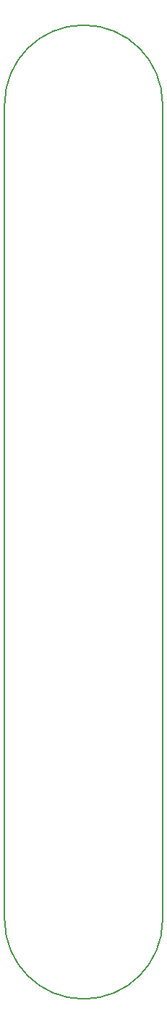
<source format=gm1>
%TF.GenerationSoftware,KiCad,Pcbnew,5.0.0+dfsg1-2*%
%TF.CreationDate,2019-02-10T19:22:37+01:00*%
%TF.ProjectId,yatara-puno-mx-5,7961746172612D70756E6F2D6D782D35,0.2*%
%TF.SameCoordinates,Original*%
%TF.FileFunction,Profile,NP*%
%FSLAX46Y46*%
G04 Gerber Fmt 4.6, Leading zero omitted, Abs format (unit mm)*
G04 Created by KiCad (PCBNEW 5.0.0+dfsg1-2) date Sun Feb 10 19:22:37 2019*
%MOMM*%
%LPD*%
G01*
G04 APERTURE LIST*
%ADD10C,0.150000*%
G04 APERTURE END LIST*
D10*
X64750000Y-33387500D02*
X64750000Y-128912500D01*
X83250000Y-33387500D02*
X83250000Y-128912500D01*
X83250000Y-128912500D02*
G75*
G02X64750000Y-128912500I-9250000J0D01*
G01*
X64750000Y-33387500D02*
G75*
G02X83250000Y-33387500I9250000J0D01*
G01*
M02*

</source>
